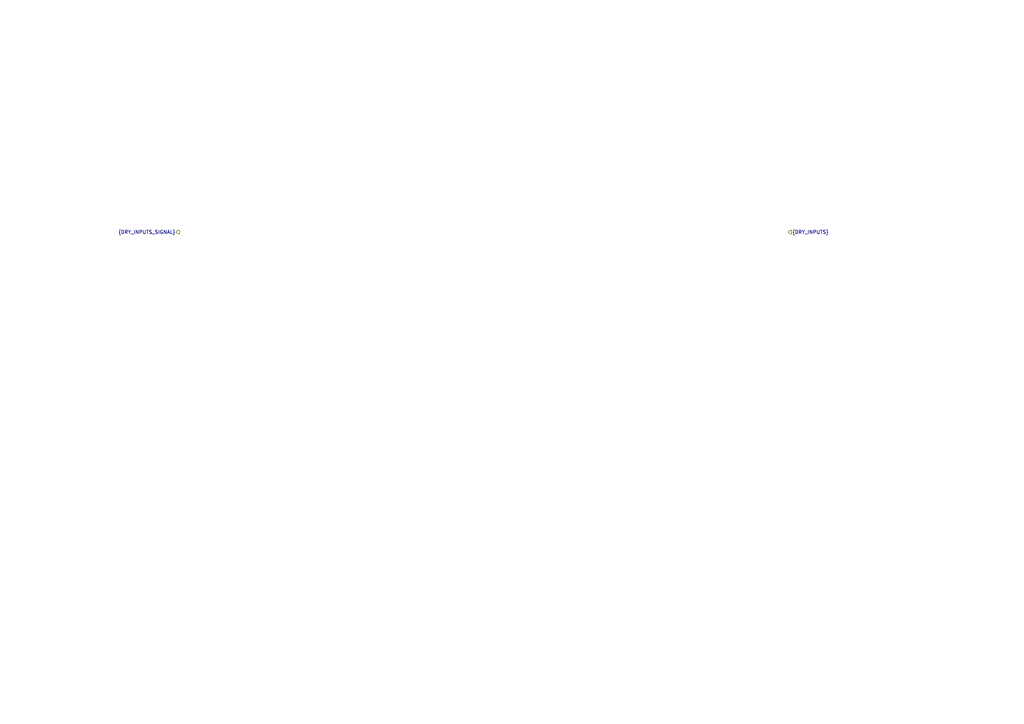
<source format=kicad_sch>
(kicad_sch
	(version 20250114)
	(generator "eeschema")
	(generator_version "9.0")
	(uuid "b3324781-6d86-4fc4-b1fa-883c037d11dd")
	(paper "A4")
	(lib_symbols)
	(hierarchical_label "{DRY_INPUTS_SIGNAL}"
		(shape output)
		(at 52.07 67.31 180)
		(effects
			(font
				(size 1.016 1.016)
			)
			(justify right)
		)
		(uuid "33b652e6-de84-43f9-8030-affa99ba21ae")
	)
	(hierarchical_label "{DRY_INPUTS}"
		(shape input)
		(at 228.6 67.31 0)
		(effects
			(font
				(size 1.016 1.016)
			)
			(justify left)
		)
		(uuid "8556488f-5b21-4571-a192-870827fcbcbc")
	)
)

</source>
